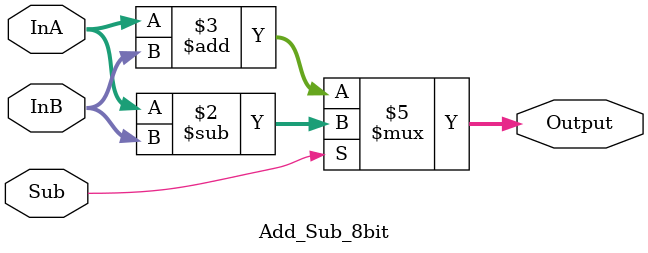
<source format=v>
module Add_Sub_8bit(Sub,InA,InB,Output);

input Sub ;
input [7:0] InA,InB ;
output reg [7:0] Output ;

always @ (Sub,InA,InB)
begin
	if (Sub)
		Output = InA - InB ;
	else
		Output = InA + InB ;
end

endmodule
</source>
